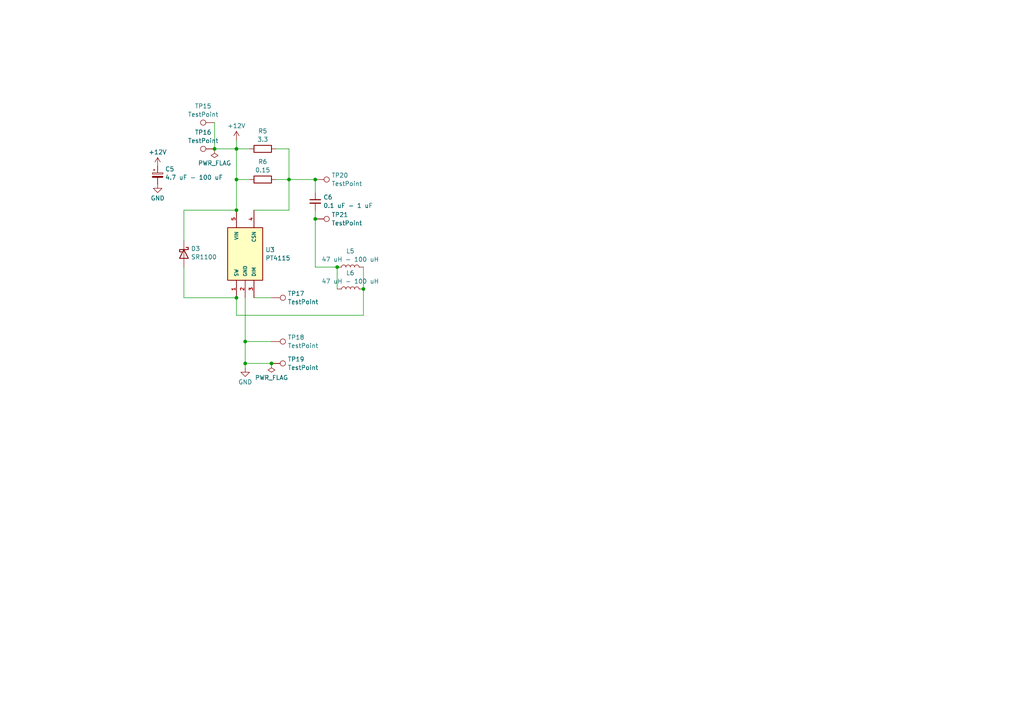
<source format=kicad_sch>
(kicad_sch (version 20250114) (generator "eeschema") (generator_version "9.0")
  (paper "A4")
  (lib_symbols
    (symbol "Connector:TestPoint" (pin_numbers (hide yes)) (pin_names (offset 0.762) (hide yes))
      (property "Reference" "TP" (at 0 6.858 0))
      (property "Value" "TestPoint" (at 0 5.08 0))
      (symbol "TestPoint_0_1"
        (circle (center 0 3.302) (radius 0.762))
      )
      (symbol "TestPoint_1_1"
        (pin passive line (at 0 0 90) (length 2.54) (name "1") (number "1"))
      )
    )
    (symbol "Device:C_Polarized_Small" (pin_numbers (hide yes)) (pin_names (offset 0.254) (hide yes))
      (property "Reference" "C" (at 0.254 1.778 0))
      (property "Value" "C_Polarized_Small" (at 0.254 -2.032 0))
      (symbol "C_Polarized_Small_0_1"
        (rectangle (start -1.524 0.6858) (end 1.524 0.3048))
        (rectangle (start -1.524 -0.3048) (end 1.524 -0.6858) (fill (type outline)))
        (polyline (pts (xy -1.27 1.524) (xy -0.762 1.524)))
        (polyline (pts (xy -1.016 1.27) (xy -1.016 1.778)))
      )
      (symbol "C_Polarized_Small_1_1"
        (pin passive line (at 0 2.54 270) (length 1.8542) (name "~") (number "1"))
        (pin passive line (at 0 -2.54 90) (length 1.8542) (name "~") (number "2"))
      )
    )
    (symbol "Device:C_Small" (pin_numbers (hide yes)) (pin_names (offset 0.254) (hide yes))
      (property "Reference" "C" (at 0.254 1.778 0))
      (property "Value" "C_Small" (at 0.254 -2.032 0))
      (symbol "C_Small_0_1"
        (polyline (pts (xy -1.524 0.508) (xy 1.524 0.508)) (stroke (width 0.3048)))
        (polyline (pts (xy -1.524 -0.508) (xy 1.524 -0.508)) (stroke (width 0.3302)))
      )
      (symbol "C_Small_1_1"
        (pin passive line (at 0 2.54 270) (length 2.032) (name "~") (number "1"))
        (pin passive line (at 0 -2.54 90) (length 2.032) (name "~") (number "2"))
      )
    )
    (symbol "Device:D_Schottky" (pin_numbers (hide yes)) (pin_names (offset 1.016) (hide yes))
      (property "Reference" "D" (at 0 2.54 0))
      (property "Value" "D_Schottky" (at 0 -2.54 0))
      (symbol "D_Schottky_0_1"
        (polyline (pts (xy -1.905 0.635) (xy -1.905 1.27) (xy -1.27 1.27) (xy -1.27 -1.27) (xy -0.635 -1.27) (xy -0.635 -0.635)) (stroke (width 0.254)))
        (polyline (pts (xy 1.27 1.27) (xy 1.27 -1.27) (xy -1.27 0) (xy 1.27 1.27)) (stroke (width 0.254)))
        (polyline (pts (xy 1.27 0) (xy -1.27 0)))
      )
      (symbol "D_Schottky_1_1"
        (pin passive line (at -3.81 0 0) (length 2.54) (name "K") (number "1"))
        (pin passive line (at 3.81 0 180) (length 2.54) (name "A") (number "2"))
      )
    )
    (symbol "Device:L" (pin_numbers (hide yes)) (pin_names (offset 1.016) (hide yes))
      (property "Reference" "L" (at -1.27 0 90))
      (property "Value" "L" (at 1.905 0 90))
      (symbol "L_0_1"
        (arc (start 0 2.54) (mid 0.6323 1.905) (end 0 1.27))
        (arc (start 0 1.27) (mid 0.6323 0.635) (end 0 0))
        (arc (start 0 0) (mid 0.6323 -0.635) (end 0 -1.27))
        (arc (start 0 -1.27) (mid 0.6323 -1.905) (end 0 -2.54))
      )
      (symbol "L_1_1"
        (pin passive line (at 0 3.81 270) (length 1.27) (name "1") (number "1"))
        (pin passive line (at 0 -3.81 90) (length 1.27) (name "2") (number "2"))
      )
    )
    (symbol "Device:R" (pin_numbers (hide yes)) (pin_names (offset 0))
      (property "Reference" "R" (at 2.032 0 90))
      (property "Value" "R" (at 0 0 90))
      (symbol "R_0_1"
        (rectangle (start -1.016 -2.54) (end 1.016 2.54) (stroke (width 0.254)))
      )
      (symbol "R_1_1"
        (pin passive line (at 0 3.81 270) (length 1.27) (name "~") (number "1"))
        (pin passive line (at 0 -3.81 90) (length 1.27) (name "~") (number "2"))
      )
    )
    (symbol "misc:PT4115" (pin_names (offset 1.016))
      (property "Reference" "U" (at 0 0 0))
      (property "Value" "PT4115" (at 0 0 0))
      (symbol "PT4115_0_0"
        (rectangle (start -7.62 -5.08) (end 7.62 5.08) (stroke (width 0.254)) (fill (type background)))
        (pin bidirectional line (at -12.7 2.54 0) (length 5.08) (name "SW") (number "1"))
        (pin bidirectional line (at -12.7 0 0) (length 5.08) (name "GND") (number "2"))
        (pin bidirectional line (at -12.7 -2.54 0) (length 5.08) (name "DIM") (number "3"))
        (pin bidirectional line (at 12.7 2.54 180) (length 5.08) (name "VIN") (number "5"))
        (pin bidirectional line (at 12.7 -2.54 180) (length 5.08) (name "CSN") (number "4"))
      )
    )
    (symbol "power:+12V" (power) (pin_numbers (hide yes)) (pin_names (offset 0) (hide yes))
      (property "Value" "+12V" (at 0 3.556 0))
      (symbol "+12V_0_1"
        (polyline (pts (xy -0.762 1.27) (xy 0 2.54)))
        (polyline (pts (xy 0 2.54) (xy 0.762 1.27)))
        (polyline (pts (xy 0 0) (xy 0 2.54)))
      )
      (symbol "+12V_1_1"
        (pin power_in line (at 0 0 90) (length 0) (name "~") (number "1"))
      )
    )
    (symbol "power:GND" (power) (pin_numbers (hide yes)) (pin_names (offset 0) (hide yes))
      (property "Value" "GND" (at 0 -3.81 0))
      (symbol "GND_0_1"
        (polyline (pts (xy 0 0) (xy 0 -1.27) (xy 1.27 -1.27) (xy 0 -2.54) (xy -1.27 -1.27) (xy 0 -1.27)))
      )
      (symbol "GND_1_1"
        (pin power_in line (at 0 0 270) (length 0) (name "~") (number "1"))
      )
    )
    (symbol "power:PWR_FLAG" (power) (pin_numbers (hide yes)) (pin_names (offset 0) (hide yes))
      (property "Value" "PWR_FLAG" (at 0 3.81 0))
      (symbol "PWR_FLAG_0_0"
        (pin power_out line (at 0 0 90) (length 0) (name "~") (number "1"))
      )
      (symbol "PWR_FLAG_0_1"
        (polyline (pts (xy 0 0) (xy 0 1.27) (xy -1.016 1.905) (xy 0 2.54) (xy 1.016 1.905) (xy 0 1.27)))
      )
    )
  )
  (junction (at 83.82 52.07))
  (junction (at 68.58 60.96))
  (junction (at 68.58 52.07))
  (junction (at 105.41 83.82))
  (junction (at 62.23 43.18))
  (junction (at 68.58 43.18))
  (junction (at 91.44 63.5))
  (junction (at 91.44 52.07))
  (junction (at 68.58 86.36))
  (junction (at 97.79 77.47))
  (junction (at 71.12 105.41))
  (junction (at 71.12 99.06))
  (junction (at 78.74 105.41))
  (wire (pts (xy 105.41 83.82) (xy 105.41 91.44)))
  (wire (pts (xy 71.12 86.36) (xy 71.12 99.06)))
  (wire (pts (xy 91.44 60.96) (xy 91.44 63.5)))
  (wire (pts (xy 83.82 52.07) (xy 91.44 52.07)))
  (wire (pts (xy 68.58 86.36) (xy 68.58 91.44)))
  (wire (pts (xy 73.66 86.36) (xy 78.74 86.36)))
  (wire (pts (xy 68.58 43.18) (xy 72.39 43.18)))
  (wire (pts (xy 83.82 52.07) (xy 83.82 60.96)))
  (wire (pts (xy 53.34 60.96) (xy 53.34 69.85)))
  (wire (pts (xy 68.58 91.44) (xy 105.41 91.44)))
  (wire (pts (xy 53.34 86.36) (xy 53.34 77.47)))
  (wire (pts (xy 68.58 52.07) (xy 68.58 60.96)))
  (wire (pts (xy 53.34 60.96) (xy 68.58 60.96)))
  (wire (pts (xy 80.01 43.18) (xy 83.82 43.18)))
  (wire (pts (xy 83.82 52.07) (xy 80.01 52.07)))
  (wire (pts (xy 91.44 77.47) (xy 97.79 77.47)))
  (wire (pts (xy 68.58 43.18) (xy 68.58 52.07)))
  (wire (pts (xy 97.79 77.47) (xy 97.79 83.82)))
  (wire (pts (xy 71.12 105.41) (xy 78.74 105.41)))
  (wire (pts (xy 91.44 63.5) (xy 91.44 77.47)))
  (wire (pts (xy 72.39 52.07) (xy 68.58 52.07)))
  (wire (pts (xy 83.82 60.96) (xy 73.66 60.96)))
  (wire (pts (xy 62.23 35.56) (xy 62.23 43.18)))
  (wire (pts (xy 91.44 52.07) (xy 91.44 55.88)))
  (wire (pts (xy 105.41 77.47) (xy 105.41 83.82)))
  (wire (pts (xy 71.12 99.06) (xy 78.74 99.06)))
  (wire (pts (xy 71.12 99.06) (xy 71.12 105.41)))
  (wire (pts (xy 68.58 40.64) (xy 68.58 43.18)))
  (wire (pts (xy 71.12 106.68) (xy 71.12 105.41)))
  (wire (pts (xy 83.82 43.18) (xy 83.82 52.07)))
  (wire (pts (xy 68.58 86.36) (xy 53.34 86.36)))
  (wire (pts (xy 62.23 43.18) (xy 68.58 43.18)))
  (symbol (lib_id "Connector:TestPoint") (at 78.74 99.06 270) (unit 1)
    (property "Reference" "TP7" (at 83.439 97.8478 90) (effects (justify left)))
    (property "Value" "TestPoint" (at 83.439 100.2721 90) (effects (justify left)))
    (property "Footprint" "TestPoint:TestPoint_THTPad_D3.0mm_Drill1.5mm" (effects (hide yes)))
    (property "Description" "test point" (effects (hide yes)))
    (instances (project "backplane" (path "" (reference "TP18") (unit 1)) (path "" (reference "TP7") (unit 1)) (path "" (reference "TP25") (unit 1)) (path "" (reference "TP11") (unit 1))))
  )
  (symbol (lib_id "power:PWR_FLAG") (at 78.74 105.41 180) (unit 1)
    (property "Reference" "#FLG02" (effects (hide yes)))
    (property "Value" "PWR_FLAG" (at 78.74 109.5431 0))
    (property "Description" "Special symbol for telling ERC where power comes from" (effects (hide yes)))
    (instances (project "backplane" (path "" (reference "#FLG06") (unit 1)) (path "" (reference "#FLG02") (unit 1)) (path "" (reference "#FLG08") (unit 1)) (path "" (reference "#FLG04") (unit 1))))
  )
  (symbol (lib_id "Connector:TestPoint") (at 62.23 43.18 90) (unit 1)
    (property "Reference" "TP2" (at 58.928 38.4005 90))
    (property "Value" "TestPoint" (at 58.928 40.8248 90))
    (property "Footprint" "TestPoint:TestPoint_THTPad_D1.5mm_Drill0.7mm" (effects (hide yes)))
    (property "Description" "test point" (effects (hide yes)))
    (instances (project "backplane" (path "" (reference "TP16") (unit 1)) (path "" (reference "TP2") (unit 1)) (path "" (reference "TP23") (unit 1)) (path "" (reference "TP9") (unit 1))))
  )
  (symbol (lib_id "Device:L") (at 101.6 77.47 90) (unit 1)
    (property "Reference" "L1" (at 101.6 72.8202 90))
    (property "Value" "47 uH - 100 uH" (at 101.6 75.2445 90))
    (property "Footprint" "Inductor_THT:L_Axial_L9.5mm_D4.0mm_P12.70mm_Horizontal_Fastron_SMCC" (effects (hide yes)))
    (property "Description" "Inductor" (effects (hide yes)))
    (instances (project "backplane" (path "" (reference "L5") (unit 1)) (path "" (reference "L1") (unit 1)) (path "" (reference "L7") (unit 1)) (path "" (reference "L3") (unit 1))))
  )
  (symbol (lib_id "Connector:TestPoint") (at 91.44 52.07 270) (unit 1)
    (property "Reference" "TP1" (at 96.139 50.8578 90) (effects (justify left)))
    (property "Value" "TestPoint" (at 96.139 53.2821 90) (effects (justify left)))
    (property "Footprint" "TestPoint:TestPoint_THTPad_D1.5mm_Drill0.7mm" (effects (hide yes)))
    (property "Description" "test point" (effects (hide yes)))
    (instances (project "backplane" (path "" (reference "TP20") (unit 1)) (path "" (reference "TP1") (unit 1)) (path "" (reference "TP27") (unit 1)) (path "" (reference "TP13") (unit 1))))
  )
  (symbol (lib_id "power:+12V") (at 68.58 40.64 0) (unit 1)
    (property "Reference" "#PWR03" (effects (hide yes)))
    (property "Value" "+12V" (at 68.58 36.5069 0))
    (property "Description" "Power symbol creates a global label with name \"+12V\"" (effects (hide yes)))
    (instances (project "backplane" (path "" (reference "#PWR011") (unit 1)) (path "" (reference "#PWR03") (unit 1)) (path "" (reference "#PWR015") (unit 1)) (path "" (reference "#PWR07") (unit 1))))
  )
  (symbol (lib_id "power:GND") (at 45.72 53.34 0) (unit 1)
    (property "Reference" "#PWR02" (effects (hide yes)))
    (property "Value" "GND" (at 45.72 57.4731 0))
    (property "Description" "Power symbol creates a global label with name \"GND\" , ground" (effects (hide yes)))
    (instances (project "backplane" (path "" (reference "#PWR010") (unit 1)) (path "" (reference "#PWR02") (unit 1)) (path "" (reference "#PWR014") (unit 1)) (path "" (reference "#PWR06") (unit 1))))
  )
  (symbol (lib_id "power:GND") (at 71.12 106.68 0) (unit 1)
    (property "Reference" "#PWR04" (effects (hide yes)))
    (property "Value" "GND" (at 71.12 110.8131 0))
    (property "Description" "Power symbol creates a global label with name \"GND\" , ground" (effects (hide yes)))
    (instances (project "backplane" (path "" (reference "#PWR012") (unit 1)) (path "" (reference "#PWR04") (unit 1)) (path "" (reference "#PWR016") (unit 1)) (path "" (reference "#PWR08") (unit 1))))
  )
  (symbol (lib_id "Device:L") (at 101.6 83.82 90) (unit 1)
    (property "Reference" "L2" (at 101.6 79.1702 90))
    (property "Value" "47 uH - 100 uH" (at 101.6 81.5945 90))
    (property "Footprint" "Inductor_THT:L_Axial_L9.5mm_D4.0mm_P12.70mm_Horizontal_Fastron_SMCC" (effects (hide yes)))
    (property "Description" "Inductor" (effects (hide yes)))
    (instances (project "backplane" (path "" (reference "L6") (unit 1)) (path "" (reference "L2") (unit 1)) (path "" (reference "L8") (unit 1)) (path "" (reference "L4") (unit 1))))
  )
  (symbol (lib_id "Connector:TestPoint") (at 78.74 105.41 270) (unit 1)
    (property "Reference" "TP3" (at 83.439 104.1978 90) (effects (justify left)))
    (property "Value" "TestPoint" (at 83.439 106.6221 90) (effects (justify left)))
    (property "Footprint" "TestPoint:TestPoint_THTPad_D1.5mm_Drill0.7mm" (effects (hide yes)))
    (property "Description" "test point" (effects (hide yes)))
    (instances (project "backplane" (path "" (reference "TP19") (unit 1)) (path "" (reference "TP3") (unit 1)) (path "" (reference "TP26") (unit 1)) (path "" (reference "TP12") (unit 1))))
  )
  (symbol (lib_id "power:+12V") (at 45.72 48.26 0) (unit 1)
    (property "Reference" "#PWR01" (effects (hide yes)))
    (property "Value" "+12V" (at 45.72 44.1269 0))
    (property "Description" "Power symbol creates a global label with name \"+12V\"" (effects (hide yes)))
    (instances (project "backplane" (path "" (reference "#PWR09") (unit 1)) (path "" (reference "#PWR01") (unit 1)) (path "" (reference "#PWR013") (unit 1)) (path "" (reference "#PWR05") (unit 1))))
  )
  (symbol (lib_id "Connector:TestPoint") (at 91.44 63.5 270) (unit 1)
    (property "Reference" "TP4" (at 96.139 62.2878 90) (effects (justify left)))
    (property "Value" "TestPoint" (at 96.139 64.7121 90) (effects (justify left)))
    (property "Footprint" "TestPoint:TestPoint_THTPad_D1.5mm_Drill0.7mm" (effects (hide yes)))
    (property "Description" "test point" (effects (hide yes)))
    (instances (project "backplane" (path "" (reference "TP21") (unit 1)) (path "" (reference "TP4") (unit 1)) (path "" (reference "TP28") (unit 1)) (path "" (reference "TP14") (unit 1))))
  )
  (symbol (lib_id "Device:C_Polarized_Small") (at 45.72 50.8 0) (unit 1)
    (property "Reference" "C1" (at 47.879 49.0417 0) (effects (justify left)))
    (property "Value" "4.7 uF - 100 uF" (at 47.879 51.466 0) (effects (justify left)))
    (property "Footprint" "Capacitor_THT:CP_Radial_D6.3mm_P2.50mm" (effects (hide yes)))
    (property "Description" "Polarized capacitor, small symbol" (effects (hide yes)))
    (instances (project "backplane" (path "" (reference "C5") (unit 1)) (path "" (reference "C1") (unit 1)) (path "" (reference "C7") (unit 1)) (path "" (reference "C3") (unit 1))))
  )
  (symbol (lib_id "power:PWR_FLAG") (at 62.23 43.18 180) (unit 1)
    (property "Reference" "#FLG01" (effects (hide yes)))
    (property "Value" "PWR_FLAG" (at 62.23 47.3131 0))
    (property "Description" "Special symbol for telling ERC where power comes from" (effects (hide yes)))
    (instances (project "backplane" (path "" (reference "#FLG05") (unit 1)) (path "" (reference "#FLG01") (unit 1)) (path "" (reference "#FLG07") (unit 1)) (path "" (reference "#FLG03") (unit 1))))
  )
  (symbol (lib_id "misc:PT4115") (at 71.12 73.66 90) (unit 1)
    (property "Reference" "U1" (at 76.962 72.4478 90) (effects (justify right)))
    (property "Value" "PT4115" (at 76.962 74.8721 90) (effects (justify right)))
    (property "Footprint" "Package_TO_SOT_SMD:SOT-89-5" (effects (hide yes)))
    (property "MF" "Pulse" (effects (hide yes)))
    (property "Description_1" "\n                        \n                            \n                        \n" (effects (hide yes)))
    (property "Package" "None" (effects (hide yes)))
    (property "Price" "None" (effects (hide yes)))
    (property "SnapEDA_Link" "https://www.snapeda.com/parts/PT4115/Pulse/view-part/?ref=snap" (effects (hide yes)))
    (property "MP" "PT4115" (effects (hide yes)))
    (property "Availability" "Not in stock" (effects (hide yes)))
    (property "Check_prices" "https://www.snapeda.com/parts/PT4115/Pulse/view-part/?ref=eda" (effects (hide yes)))
    (instances (project "backplane" (path "" (reference "U3") (unit 1)) (path "" (reference "U1") (unit 1)) (path "" (reference "U4") (unit 1)) (path "" (reference "U2") (unit 1))))
  )
  (symbol (lib_id "Device:R") (at 76.2 52.07 90) (unit 1)
    (property "Reference" "R2" (at 76.2 46.9095 90))
    (property "Value" "0.15" (at 76.2 49.3338 90))
    (property "Footprint" "Resistor_THT:R_Axial_DIN0207_L6.3mm_D2.5mm_P7.62mm_Horizontal" (effects (hide yes)))
    (property "Description" "Resistor" (effects (hide yes)))
    (instances (project "backplane" (path "" (reference "R6") (unit 1)) (path "" (reference "R2") (unit 1)) (path "" (reference "R8") (unit 1)) (path "" (reference "R4") (unit 1))))
  )
  (symbol (lib_id "Device:R") (at 76.2 43.18 90) (unit 1)
    (property "Reference" "R1" (at 76.2 38.0195 90))
    (property "Value" "3.3" (at 76.2 40.4438 90))
    (property "Footprint" "Resistor_THT:R_Axial_DIN0207_L6.3mm_D2.5mm_P7.62mm_Horizontal" (effects (hide yes)))
    (property "Description" "Resistor" (effects (hide yes)))
    (instances (project "backplane" (path "" (reference "R5") (unit 1)) (path "" (reference "R1") (unit 1)) (path "" (reference "R7") (unit 1)) (path "" (reference "R3") (unit 1))))
  )
  (symbol (lib_id "Connector:TestPoint") (at 78.74 86.36 270) (unit 1)
    (property "Reference" "TP5" (at 83.439 85.1478 90) (effects (justify left)))
    (property "Value" "TestPoint" (at 83.439 87.5721 90) (effects (justify left)))
    (property "Footprint" "TestPoint:TestPoint_THTPad_D1.5mm_Drill0.7mm" (effects (hide yes)))
    (property "Description" "test point" (effects (hide yes)))
    (instances (project "backplane" (path "" (reference "TP17") (unit 1)) (path "" (reference "TP5") (unit 1)) (path "" (reference "TP24") (unit 1)) (path "" (reference "TP10") (unit 1))))
  )
  (symbol (lib_id "Device:C_Small") (at 91.44 58.42 0) (unit 1)
    (property "Reference" "C2" (at 93.7641 57.2141 0) (effects (justify left)))
    (property "Value" "0.1 uF - 1 uF" (at 93.7641 59.6384 0) (effects (justify left)))
    (property "Footprint" "Capacitor_THT:C_Disc_D6.0mm_W2.5mm_P5.00mm" (effects (hide yes)))
    (property "Description" "Unpolarized capacitor, small symbol" (effects (hide yes)))
    (instances (project "backplane" (path "" (reference "C6") (unit 1)) (path "" (reference "C2") (unit 1)) (path "" (reference "C8") (unit 1)) (path "" (reference "C4") (unit 1))))
  )
  (symbol (lib_id "Device:D_Schottky") (at 53.34 73.66 270) (unit 1)
    (property "Reference" "D1" (at 55.372 72.1303 90) (effects (justify left)))
    (property "Value" "SR1100" (at 55.372 74.5546 90) (effects (justify left)))
    (property "Footprint" "Diode_THT:D_DO-35_SOD27_P7.62mm_Horizontal" (effects (hide yes)))
    (property "Description" "Schottky diode" (effects (hide yes)))
    (instances (project "backplane" (path "" (reference "D3") (unit 1)) (path "" (reference "D1") (unit 1)) (path "" (reference "D4") (unit 1)) (path "" (reference "D2") (unit 1))))
  )
  (symbol (lib_id "Connector:TestPoint") (at 62.23 35.56 90) (unit 1)
    (property "Reference" "TP6" (at 58.928 30.7805 90))
    (property "Value" "TestPoint" (at 58.928 33.2048 90))
    (property "Footprint" "TestPoint:TestPoint_THTPad_D3.0mm_Drill1.5mm" (effects (hide yes)))
    (property "Description" "test point" (effects (hide yes)))
    (instances (project "backplane" (path "" (reference "TP15") (unit 1)) (path "" (reference "TP6") (unit 1)) (path "" (reference "TP22") (unit 1)) (path "" (reference "TP8") (unit 1))))
  )
)
</source>
